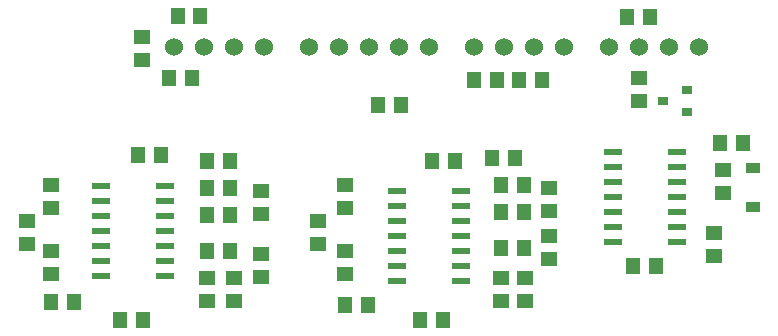
<source format=gbr>
G04 #@! TF.GenerationSoftware,KiCad,Pcbnew,(5.0.0-rc2-dev-586-g888c43477)*
G04 #@! TF.CreationDate,2018-06-03T13:56:12-03:00*
G04 #@! TF.ProjectId,Signal,5369676E616C2E6B696361645F706362,rev?*
G04 #@! TF.SameCoordinates,Original*
G04 #@! TF.FileFunction,Soldermask,Bot*
G04 #@! TF.FilePolarity,Negative*
%FSLAX46Y46*%
G04 Gerber Fmt 4.6, Leading zero omitted, Abs format (unit mm)*
G04 Created by KiCad (PCBNEW (5.0.0-rc2-dev-586-g888c43477)) date 06/03/18 13:56:12*
%MOMM*%
%LPD*%
G01*
G04 APERTURE LIST*
%ADD10R,1.295000X1.400000*%
%ADD11R,0.900000X0.800000*%
%ADD12C,1.524000*%
%ADD13R,1.400000X1.295000*%
%ADD14R,1.200000X0.900000*%
%ADD15R,1.500000X0.600000*%
G04 APERTURE END LIST*
D10*
X31217500Y-23000000D03*
X29282500Y-23000000D03*
D11*
X73136000Y-23942000D03*
X73136000Y-25842000D03*
X71136000Y-24892000D03*
D12*
X71628000Y-20320000D03*
X69088000Y-20320000D03*
X66548000Y-20320000D03*
X62738000Y-20320000D03*
X60198000Y-20320000D03*
X57658000Y-20320000D03*
X55118000Y-20320000D03*
X51308000Y-20320000D03*
X48768000Y-20320000D03*
X46228000Y-20320000D03*
X43688000Y-20320000D03*
X41148000Y-20320000D03*
X37338000Y-20320000D03*
X34798000Y-20320000D03*
X32258000Y-20320000D03*
X29718000Y-20320000D03*
X74168000Y-20320000D03*
D10*
X46179500Y-42164000D03*
X44244500Y-42164000D03*
X32560500Y-34544000D03*
X34495500Y-34544000D03*
D13*
X37084000Y-37894500D03*
X37084000Y-39829500D03*
D10*
X32560500Y-29972000D03*
X34495500Y-29972000D03*
X28653500Y-29464000D03*
X26718500Y-29464000D03*
D13*
X76200000Y-32717500D03*
X76200000Y-30782500D03*
D10*
X68628500Y-38862000D03*
X70563500Y-38862000D03*
X51610500Y-29972000D03*
X53545500Y-29972000D03*
X58625500Y-29718000D03*
X56690500Y-29718000D03*
D13*
X61516500Y-36370500D03*
X61516500Y-38305500D03*
D10*
X59387500Y-34290000D03*
X57452500Y-34290000D03*
D14*
X78740000Y-30608000D03*
X78740000Y-33908000D03*
D13*
X41910000Y-37035500D03*
X41910000Y-35100500D03*
X59436000Y-41861500D03*
X59436000Y-39926500D03*
X44196000Y-33987500D03*
X44196000Y-32052500D03*
X75438000Y-36116500D03*
X75438000Y-38051500D03*
D10*
X68120500Y-17780000D03*
X70055500Y-17780000D03*
X75994500Y-28448000D03*
X77929500Y-28448000D03*
D13*
X69088000Y-24892000D03*
X69088000Y-22957000D03*
D10*
X50594500Y-43434000D03*
X52529500Y-43434000D03*
D13*
X57404000Y-41861500D03*
X57404000Y-39926500D03*
D10*
X48967500Y-25250000D03*
X47032500Y-25250000D03*
X19352500Y-41910000D03*
X21287500Y-41910000D03*
D13*
X19304000Y-39575500D03*
X19304000Y-37640500D03*
X61468000Y-32306500D03*
X61468000Y-34241500D03*
D10*
X32560500Y-32258000D03*
X34495500Y-32258000D03*
D13*
X37084000Y-34495500D03*
X37084000Y-32560500D03*
X34798000Y-39926500D03*
X34798000Y-41861500D03*
X19304000Y-33987500D03*
X19304000Y-32052500D03*
X32512000Y-41861500D03*
X32512000Y-39926500D03*
D10*
X25194500Y-43434000D03*
X27129500Y-43434000D03*
X57452500Y-37338000D03*
X59387500Y-37338000D03*
D13*
X44196000Y-37640500D03*
X44196000Y-39575500D03*
X17272000Y-37035500D03*
X17272000Y-35100500D03*
D10*
X59387500Y-32004000D03*
X57452500Y-32004000D03*
X34495500Y-37592000D03*
X32560500Y-37592000D03*
D13*
X27000000Y-19532500D03*
X27000000Y-21467500D03*
D15*
X48608000Y-40132000D03*
X48608000Y-38862000D03*
X48608000Y-37592000D03*
X48608000Y-36322000D03*
X48608000Y-35052000D03*
X48608000Y-33782000D03*
X48608000Y-32512000D03*
X54008000Y-32512000D03*
X54008000Y-33782000D03*
X54008000Y-35052000D03*
X54008000Y-36322000D03*
X54008000Y-37592000D03*
X54008000Y-38862000D03*
X54008000Y-40132000D03*
D10*
X30032500Y-17750000D03*
X31967500Y-17750000D03*
X58976500Y-23114000D03*
X60911500Y-23114000D03*
X57101500Y-23114000D03*
X55166500Y-23114000D03*
D15*
X28989000Y-39751000D03*
X28989000Y-38481000D03*
X28989000Y-37211000D03*
X28989000Y-35941000D03*
X28989000Y-34671000D03*
X28989000Y-33401000D03*
X28989000Y-32131000D03*
X23589000Y-32131000D03*
X23589000Y-33401000D03*
X23589000Y-34671000D03*
X23589000Y-35941000D03*
X23589000Y-37211000D03*
X23589000Y-38481000D03*
X23589000Y-39751000D03*
X66896000Y-36830000D03*
X66896000Y-35560000D03*
X66896000Y-34290000D03*
X66896000Y-33020000D03*
X66896000Y-31750000D03*
X66896000Y-30480000D03*
X66896000Y-29210000D03*
X72296000Y-29210000D03*
X72296000Y-30480000D03*
X72296000Y-31750000D03*
X72296000Y-33020000D03*
X72296000Y-34290000D03*
X72296000Y-35560000D03*
X72296000Y-36830000D03*
M02*

</source>
